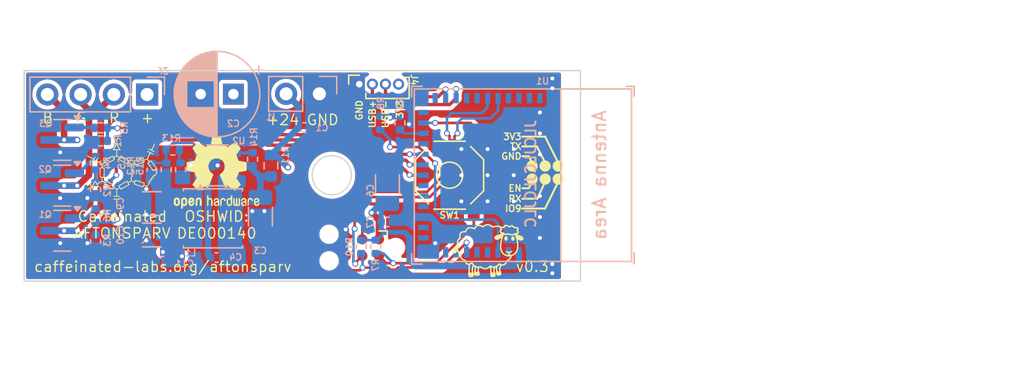
<source format=kicad_pcb>
(kicad_pcb (version 20240108) (generator "pcbnew") (generator_version "8.0")
  (layers (0 "F.Cu" signal) (1 "In1.Cu" signal) (2 "In2.Cu" signal) (31 "B.Cu" signal) (34 "B.Paste" user) (35 "F.Paste" user) (36 "B.SilkS" user "B.Silkscreen") (37 "F.SilkS" user "F.Silkscreen") (38 "B.Mask" user) (39 "F.Mask" user) (44 "Edge.Cuts" user))
  (net 0 "")
  (net 1 "GND")
  (net 2 "+24V")
  (net 3 "Net-(J2-Pin_2)")
  (net 4 "Net-(J2-Pin_3)")
  (net 22 "Net-(Q1-G)")
  (net 23 "Net-(Q2-G)")
  (net 24 "Net-(Q3-G)")
  (net 25 "Net-(U1-GPIO8)")
  (net 26 "+3.3V")
  (net 27 "IO9")
  (net 28 "TX")
  (net 29 "Net-(U1-GPIO2{slash}ADC1_CH2)")
  (net 31 "RX")
  (net 33 "Net-(U2-IN)")
  (net 34 "Net-(U2-LX)")
  (net 35 "Net-(U2-BS)")
  (net 36 "Net-(U2-FB)")
  (net 37 "Net-(U2-EN)")
  (net 38 "EN")
  (net 39 "USB-D+")
  (net 40 "LED-B")
  (net 41 "LED-G")
  (net 42 "LED-R")
  (net 43 "USB-D-")
  (net 44 "Net-(R13-Pad2)")
  (net 45 "Net-(J2-Pin_4)")
  (footprint "Connector_PinSocket_1.00mm:PinSocket_1x04_P1.00mm_Vertical" (layer "F.Cu") (at 155.4 93.035 90)
    (property "Reference" "J4")
    (property "Value" "USB")
  )
  (footprint "LOGO" (layer "F.Cu") (at 165.25 105.775)
    (property "Reference" "sheep" (hide yes))
    (property "Value" "LOGO" (hide yes))
  )
  (footprint "Connector:Tag-Connect_TC2030-IDC-NL_2x03_P1.27mm_Vertical" (layer "F.Cu") (at 155.63 105.535 180)
    (property "Reference" "J3" (hide yes))
    (property "Value" "TagConnect")
  )
  (footprint "LOGO" (layer "F.Cu") (at 137.3 99.8)
    (property "Reference" "G***" (hide yes))
    (property "Value" "LOGO" (hide yes))
  )
  (footprint "Symbol:OSHW-Logo2_7.3x6mm_SilkScreen" (layer "F.Cu") (at 144.5 99.8)
    (property "Reference" "REF**" (hide yes))
    (property "Value" "OSHW-Logo2_7.3x6mm_SilkScreen" (hide yes))
  )
  (footprint "caffeinated-labs:YTS-C005" (layer "F.Cu") (at 162.3 100 90)
    (property "Reference" "SW1")
    (property "Value" "SW_Push")
  )
  (footprint "Capacitor_SMD:C_1206_3216Metric" (layer "B.Cu") (at 139.55 102.175 180)
    (property "Reference" "C9")
    (property "Value" "4.7uF")
  )
  (footprint "Package_TO_SOT_SMD:SOT-23" (layer "B.Cu") (at 132.7 100.8 180)
    (property "Reference" "Q2")
    (property "Value" "AO3400A")
  )
  (footprint "Resistor_SMD:R_0402_1005Metric" (layer "B.Cu") (at 156.65 105.475 -90)
    (property "Reference" "R7")
    (property "Value" "10kΩ")
  )
  (footprint "Capacitor_SMD:C_0402_1005Metric" (layer "B.Cu") (at 139.55 99.575 -90)
    (property "Reference" "C5")
    (property "Value" "22pF")
  )
  (footprint "Resistor_SMD:R_0402_1005Metric" (layer "B.Cu") (at 141.15 98.075)
    (property "Reference" "R13")
    (property "Value" "22kΩ")
  )
  (footprint "Connector_PinSocket_2.54mm:PinSocket_1x04_P2.54mm_Vertical" (layer "B.Cu") (at 139.19 93.825 90)
    (property "Reference" "J2")
    (property "Value" "LED")
  )
  (footprint "PCM_Espressif:ESP32-C3-MINI-1" (layer "B.Cu") (at 167.9 100 90)
    (property "Reference" "U1")
    (property "Value" "ESP32-C3-MINI-1-[H/N]4")
  )
  (footprint "Resistor_SMD:R_0402_1005Metric" (layer "B.Cu") (at 157 96 -90)
    (property "Reference" "R8")
    (property "Value" "10kΩ")
  )
  (footprint "Resistor_SMD:R_0402_1005Metric" (layer "B.Cu") (at 135.25 105.075 -90)
    (property "Reference" "R3")
    (property "Value" "10kΩ")
  )
  (footprint "Capacitor_SMD:C_1206_3216Metric" (layer "B.Cu") (at 157.55 100.675 90)
    (property "Reference" "C6")
    (property "Value" "4.7uF")
  )
  (footprint "Resistor_SMD:R_0402_1005Metric" (layer "B.Cu") (at 158.5 96 -90)
    (property "Reference" "R9")
    (property "Value" "10kΩ")
  )
  (footprint "Capacitor_SMD:C_0402_1005Metric" (layer "B.Cu") (at 157.55 103.575)
    (property "Reference" "C7")
    (property "Value" "100nF")
  )
  (footprint "Resistor_SMD:R_0402_1005Metric" (layer "B.Cu") (at 135.65 96.375 180)
    (property "Reference" "R5")
    (property "Value" "22Ω")
  )
  (footprint "Resistor_SMD:R_0603_1608Metric" (layer "B.Cu") (at 148.65 99.275 -90)
    (property "Reference" "R11")
    (property "Value" "1Ω")
  )
  (footprint "Resistor_SMD:R_0402_1005Metric" (layer "B.Cu") (at 135.25 101.075 -90)
    (property "Reference" "R2")
    (property "Value" "10kΩ")
  )
  (footprint "Resistor_SMD:R_0402_1005Metric" (layer "B.Cu") (at 135.65 97.375 180)
    (property "Reference" "R1")
    (property "Value" "10kΩ")
  )
  (footprint "Connector_PinSocket_2.54mm:PinSocket_1x02_P2.54mm_Vertical" (layer "B.Cu") (at 152.35 93.775 90)
    (property "Reference" "J1")
    (property "Value" "PWR")
  )
  (footprint "Inductor_SMD:L_Sunlord_SWPA4030S" (layer "B.Cu") (at 144.225 103.3 180)
    (property "Reference" "L1")
    (property "Value" "10uH")
  )
  (footprint "Resistor_SMD:R_0402_1005Metric" (layer "B.Cu") (at 147.25 98.775 90)
    (property "Reference" "R14")
    (property "Value" "10kΩ")
  )
  (footprint "Capacitor_SMD:C_0402_1005Metric" (layer "B.Cu") (at 144.5 106.3 180)
    (property "Reference" "C4")
    (property "Value" "100nF")
  )
  (footprint "Resistor_SMD:R_0402_1005Metric" (layer "B.Cu") (at 135.25 99.075 90)
    (property "Reference" "R4")
    (property "Value" "22Ω")
  )
  (footprint "Capacitor_SMD:C_1206_3216Metric" (layer "B.Cu") (at 147.85 103.175 -90)
    (property "Reference" "C3")
    (property "Value" "4.7uF")
  )
  (footprint "Package_TO_SOT_SMD:SOT-23" (layer "B.Cu") (at 132.7 97.3 180)
    (property "Reference" "Q3")
    (property "Value" "AO3400A")
  )
  (footprint "Resistor_SMD:R_0402_1005Metric" (layer "B.Cu") (at 155.55 105.475 -90)
    (property "Reference" "R10")
    (property "Value" "10kΩ")
  )
  (footprint "Capacitor_SMD:C_0402_1005Metric" (layer "B.Cu") (at 151.2 96.35)
    (property "Reference" "C1")
    (property "Value" "100nF  50V")
  )
  (footprint "Resistor_SMD:R_0402_1005Metric" (layer "B.Cu") (at 135.25 103.075 90)
    (property "Reference" "R6")
    (property "Value" "22Ω")
  )
  (footprint "Package_TO_SOT_SMD:SOT-23" (layer "B.Cu") (at 132.7 104.25 180)
    (property "Reference" "Q1")
    (property "Value" "AO3400A")
  )
  (footprint "Capacitor_SMD:C_1206_3216Metric" (layer "B.Cu") (at 139.55 104.575 180)
    (property "Reference" "C10")
    (property "Value" "4.7uF")
  )
  (footprint "Package_TO_SOT_SMD:SOT-23-6" (layer "B.Cu") (at 144.575 99.25)
    (property "Reference" "U2")
    (property "Value" "SY8201ABC")
  )
  (footprint "Capacitor_THT:CP_Radial_D6.3mm_P2.50mm" (layer "B.Cu") (at 145.78238 93.8 180)
    (property "Reference" "C2")
    (property "Value" "100µF 35V")
  )
  (footprint "Resistor_SMD:R_0402_1005Metric" (layer "B.Cu") (at 141.75 99.575 -90)
    (property "Reference" "R15")
    (property "Value" "100Ω")
  )
  (footprint "Resistor_SMD:R_0402_1005Metric" (layer "B.Cu") (at 140.65 99.575 90)
    (property "Reference" "R12")
    (property "Value" "100kΩ")
  )
  (footprint "Capacitor_SMD:C_0402_1005Metric" (layer "B.Cu") (at 140.35 106.575 180)
    (property "Reference" "C11")
    (property "Value" "100nF")
  )
  (gr_line (start 138.8275 105.206874) (end 139.1725 104.793126) (stroke (width 0.1)) (layer "B.SilkS"))
  (gr_line (start 167.85 101.8) (end 169 101.8) (stroke (width 0.15)) (layer "F.SilkS"))
  (gr_circle (center 170.6 99.3) (end 170.953553 99.3) (stroke (width 0.15)) (fill solid) (layer "F.SilkS"))
  (gr_circle (center 168.6 100.3) (end 168.953553 100.3) (stroke (width 0.15)) (fill solid) (layer "F.SilkS"))
  (gr_circle (center 169.6 100.3) (end 169.953553 100.3) (stroke (width 0.15)) (fill solid) (layer "F.SilkS"))
  (gr_line (start 167.85 102.55) (end 169.6 102.55) (stroke (width 0.15)) (layer "F.SilkS"))
  (gr_line (start 169.6 97.05) (end 170.6 99.05) (stroke (width 0.15)) (layer "F.SilkS"))
  (gr_line (start 168.6 100.5) (end 168.35 101) (stroke (width 0.15)) (layer "F.SilkS"))
  (gr_line (start 167.85 97.8) (end 168.975 97.8) (stroke (width 0.15)) (layer "F.SilkS"))
  (gr_line (start 168.35 98.55) (end 168.6 99.05) (stroke (width 0.15)) (layer "F.SilkS"))
  (gr_line (start 167.85 97.05) (end 169.6 97.05) (stroke (width 0.15)) (layer "F.SilkS"))
  (gr_line (start 170.6 100.5) (end 169.6 102.55) (stroke (width 0.15)) (layer "F.SilkS"))
  (gr_line (start 168.1 98.55) (end 168.35 98.55) (stroke (width 0.15)) (layer "F.SilkS"))
  (gr_line (start 167.85 101) (end 168.35 101) (stroke (width 0.15)) (layer "F.SilkS"))
  (gr_circle (center 168.6 99.3) (end 168.953553 99.3) (stroke (width 0.15)) (fill solid) (layer "F.SilkS"))
  (gr_circle (center 170.6 100.3) (end 170.953553 100.3) (stroke (width 0.15)) (fill solid) (layer "F.SilkS"))
  (gr_line (start 168.975 97.8) (end 169.6 99.05) (stroke (width 0.15)) (layer "F.SilkS"))
  (gr_circle (center 169.6 99.3) (end 169.953553 99.3) (stroke (width 0.15)) (fill solid) (layer "F.SilkS"))
  (gr_line (start 167.85 98.55) (end 168.35 98.55) (stroke (width 0.15)) (layer "F.SilkS"))
  (gr_line (start 169.6 100.5) (end 169 101.8) (stroke (width 0.15)) (layer "F.SilkS"))
  (gr_rect (start 129.8 92) (end 172.3 108.1) (stroke (width 0.1)) (fill none) (layer "Edge.Cuts"))
  (gr_circle (center 153.3 100) (end 154.8 100) (stroke (width 0.1)) (fill none) (layer "Edge.Cuts"))
  (gr_text "JLCJLCJLCJLC" (at 168.5 99.9 90) (layer "B.SilkS") (effects (font (size 0.8 0.8) (thickness 0.15) (bold yes)) (justify mirror)))
  (gr_text "USB-" (at 157.4 94.2 90) (layer "F.SilkS") (effects (font (size 0.5 0.5) (thickness 0.1) (bold yes)) (justify right)))
  (gr_text "IO9" (at 167.85 102.55 0) (layer "F.SilkS") (effects (font (size 0.5 0.5) (thickness 0.1) (bold yes)) (justify right)))
  (gr_text "+24" (at 149.556 95.299 0) (layer "F.SilkS") (effects (font (size 0.8 0.8) (thickness 0.1)) (justify top)))
  (gr_text "+" (at 139.22 95.146 0) (layer "F.SilkS") (effects (font (size 0.8 0.8) (thickness 0.1)) (justify top)))
  (gr_text "Caffeinated\nAFTONSPARV" (at 137.3 103.8 0) (layer "F.SilkS") (effects (font (size 0.8 0.8) (thickness 0.1))))
  (gr_text "OSHWID:\nDE000140" (at 144.5 103.8 0) (layer "F.SilkS") (effects (font (size 0.8 0.8) (thickness 0.1))))
  (gr_text "GND" (at 155.4 94.2 90) (layer "F.SilkS") (effects (font (size 0.5 0.5) (thickness 0.1) (bold yes)) (justify right)))
  (gr_text "R" (at 136.68 95.146 0) (layer "F.SilkS") (effects (font (size 0.8 0.8) (thickness 0.1)) (justify top)))
  (gr_text "G" (at 134.14 95.146 0) (layer "F.SilkS") (effects (font (size 0.8 0.8) (thickness 0.1)) (justify top)))
  (gr_text "v0.3" (at 167.3 107 0) (layer "F.SilkS") (effects (font (size 0.8 0.8) (thickness 0.1)) (justify left)))
  (gr_text "GND" (at 167.85 98.55 0) (layer "F.SilkS") (effects (font (size 0.5 0.5) (thickness 0.1) (bold yes)) (justify right)))
  (gr_text "3V3" (at 158.5 94.2 90) (layer "F.SilkS") (effects (font (size 0.5 0.5) (thickness 0.1) (bold yes)) (justify right)))
  (gr_text "B" (at 131.6 95.146 0) (layer "F.SilkS") (effects (font (size 0.8 0.8) (thickness 0.1)) (justify top)))
  (gr_text "USB+" (at 156.4 94.2 90) (layer "F.SilkS") (effects (font (size 0.5 0.5) (thickness 0.1) (bold yes)) (justify right)))
  (gr_text "3V3" (at 167.85 97.05 0) (layer "F.SilkS") (effects (font (size 0.5 0.5) (thickness 0.1) (bold yes)) (justify right)))
  (gr_text "caffeinated-labs.org/aftonsparv" (at 130.5 107 0) (layer "F.SilkS") (effects (font (size 0.8 0.8) (thickness 0.1)) (justify left)))
  (gr_text "GND" (at 152.604 95.299 0) (layer "F.SilkS") (effects (font (size 0.8 0.8) (thickness 0.1)) (justify top)))
  (gr_text "RX" (at 167.85 101.8 0) (layer "F.SilkS") (effects (font (size 0.5 0.5) (thickness 0.1) (bold yes)) (justify right)))
  (gr_text "EN" (at 167.85 101 0) (layer "F.SilkS") (effects (font (size 0.5 0.5) (thickness 0.1) (bold yes)) (justify right)))
  (gr_text "TX" (at 167.85 97.8 0) (layer "F.SilkS") (effects (font (size 0.5 0.5) (thickness 0.1) (bold yes)) (justify right)))
  (segment (start 154.36 104.15) (end 154.36 104.9) (width 0.5) (layer "F.Cu") (net 1))
  (via (at 169.2 104.8) (size 0.45) (drill 0.3) (layers "F.Cu" "B.Cu") (net 1))
  (via (at 170.15 106.8) (size 0.45) (drill 0.3) (layers "F.Cu" "B.Cu") (net 1))
  (via (at 163.2 98) (size 0.45) (drill 0.3) (layers "F.Cu" "B.Cu") (net 1))
  (via (at 134.625 105.2) (size 0.45) (drill 0.3) (layers "F.Cu" "B.Cu") (net 1))
  (via (at 132.55 105.2) (size 0.45) (drill 0.3) (layers "F.Cu" "B.Cu") (net 1))
  (via (at 161.2 105.2) (size 0.45) (drill 0.3) (layers "F.Cu" "B.Cu") (net 1))
  (via (at 169.2 96.8) (size 0.45) (drill 0.3) (layers "F.Cu" "B.Cu") (net 1))
  (via (at 132.55 98.25) (size 0.45) (drill 0.3) (layers "F.Cu" "B.Cu") (net 1))
  (via (at 139.125 105) (size 0.45) (drill 0.3) (layers "F.Cu" "B.Cu") (net 1))
  (via (at 132.55 101.75) (size 0.45) (drill 0.3) (layers "F.Cu" "B.Cu") (net 1))
  (via (at 139.125 101.05) (size 0.45) (drill 0.3) (layers "F.Cu" "B.Cu") (net 1))
  (via (at 167.2 98) (size 0.45) (drill 0.3) (layers "F.Cu" "B.Cu") (net 1))
  (via (at 148.15 102.75) (size 0.45) (drill 0.3) (layers "F.Cu" "B.Cu") (net 1))
  (via (at 139.125 103.025) (size 0.45) (drill 0.3) (layers "F.Cu" "B.Cu") (net 1))
  (via (at 169.2 98.4) (size 0.45) (drill 0.3) (layers "F.Cu" "B.Cu") (net 1))
  (via (at 163.2 100) (size 0.45) (drill 0.3) (layers "F.Cu" "B.Cu") (net 1))
  (via (at 170.15 92.6) (size 0.45) (drill 0.3) (layers "F.Cu" "B.Cu") (net 1))
  (via (at 163.2 102) (size 0.45) (drill 0.3) (layers "F.Cu" "B.Cu") (net 1))
  (via (at 159.2 96.1) (size 0.45) (drill 0.3) (layers "F.Cu" "B.Cu") (net 1))
  (via (at 165.2 100) (size 0.45) (drill 0.3) (layers "F.Cu" "B.Cu") (net 1))
  (via (at 154.36 104.15) (size 0.45) (drill 0.3) (layers "F.Cu" "B.Cu") (net 1))
  (via (at 142.525 99.25) (size 0.45) (drill 0.3) (layers "F.Cu" "B.Cu") (net 1))
  (via (at 167.2 102) (size 0.45) (drill 0.3) (layers "F.Cu" "B.Cu") (net 1))
  (via (at 147.225 102.75) (size 0.45) (drill 0.3) (layers "F.Cu" "B.Cu") (net 1))
  (via (at 144.575 99.25) (size 0.45) (drill 0.3) (layers "F.Cu" "B.Cu") (net 1))
  (via (at 134.625 101.75) (size 0.45) (drill 0.3) (layers "F.Cu" "B.Cu") (net 1))
  (via (at 169.2 101.6) (size 0.45) (drill 0.3) (layers "F.Cu" "B.Cu") (net 1))
  (via (at 165.2 98) (size 0.45) (drill 0.3) (layers "F.Cu" "B.Cu") (net 1))
  (via (at 165.2 102) (size 0.45) (drill 0.3) (layers "F.Cu" "B.Cu") (net 1))
  (via (at 167.2 100) (size 0.45) (drill 0.3) (layers "F.Cu" "B.Cu") (net 1))
  (via (at 170.15 93.35) (size 0.45) (drill 0.3) (layers "F.Cu" "B.Cu") (net 1))
  (via (at 169.2 103.2) (size 0.45) (drill 0.3) (layers "F.Cu" "B.Cu") (net 1))
  (via (at 169.2 95.2) (size 0.45) (drill 0.3) (layers "F.Cu" "B.Cu") (net 1))
  (via (at 170.15 107.5) (size 0.45) (drill 0.3) (layers "F.Cu" "B.Cu") (net 1))
  (segment (start 160.3 103.2) (end 160.85 103.2) (width 0.5) (layer "B.Cu") (net 1))
  (segment (start 134.865 105.2) (end 135.25 105.585) (width 0.5) (layer "B.Cu") (net 1))
  (segment (start 148.15 103.225) (end 147.675 103.7) (width 0.5) (layer "B.Cu") (net 1))
  (segment (start 168.4 105.9) (end 170.1 105.9) (width 0.5) (layer "B.Cu") (net 1))
  (segment (start 139.125 101.05) (end 139.125 104) (width 0.5) (layer "B.Cu") (net 1))
  (segment (start 132.55 105.2) (end 134.865 105.2) (width 0.5) (layer "B.Cu") (net 1))
  (segment (start 139.125 104) (end 139.125 105.335) (width 0.5) (layer "B.Cu") (net 1))
  (segment (start 170.1 105.9) (end 170.15 105.95) (width 0.5) (layer "B.Cu") (net 1))
  (segment (start 160.25 105.95) (end 161.15 105.95) (width 0.5) (layer "B.Cu") (net 1))
  (segment (start 161.15 105.95) (end 161.2 105.9) (width 0.5) (layer "B.Cu") (net 1))
  (segment (start 170.15 105.95) (end 170.15 94.05) (width 0.5) (layer "B.Cu") (net 1))
  (segment (start 161.2 103.55) (end 161.2 105.05) (width 0.5) (layer "B.Cu") (net 1))
  (segment (start 143.4375 99.25) (end 144.575 99.25) (width 0.5) (layer "B.Cu") (net 1))
  (segment (start 147.225 102.75) (end 147.225 103.25) (width 0.5) (layer "B.Cu") (net 1))
  (segment (start 161.2 105.9) (end 161.2 105.05) (width 0.5) (layer "B.Cu") (net 1))
  (segment (start 143.4375 99.25) (end 142.525 99.25) (width 0.5) (layer "B.Cu") (net 1))
  (segment (start 147.225 103.25) (end 147.675 103.7) (width 0.5) (layer "B.Cu") (net 1))
  (segment (start 148.15 102.75) (end 148.15 103.225) (width 0.5) (layer "B.Cu") (net 1))
  (segment (start 139.125 105.335) (end 139.52 105.73) (width 0.5) (layer "B.Cu") (net 1))
  (segment (start 132.55 101.75) (end 135.225 101.75) (width 0.5) (layer "B.Cu") (net 1))
  (segment (start 160.85 103.2) (end 161.2 103.55) (width 0.5) (layer "B.Cu") (net 1))
  (segment (start 143.4375 99.25) (end 143.3875 99.2) (width 0.5) (layer "B.Cu") (net 1))
  (via (at 149.95 99.4) (size 0.45) (drill 0.3) (layers "F.Cu" "B.Cu") (net 2))
  (segment (start 148.65 98.45) (end 148.675 98.45) (width 0.5) (layer "B.Cu") (net 2))
  (segment (start 149.95 99.4) (end 149 98.45) (width 0.5) (layer "B.Cu") (net 2))
  (segment (start 150.72 94.685) (end 149.81 93.775) (width 0.5) (layer "B.Cu") (net 2))
  (segment (start 150.72 96.405) (end 150.72 94.685) (width 0.5) (layer "B.Cu") (net 2))
  (segment (start 148.675 98.45) (end 150.72 96.405) (width 0.5) (layer "B.Cu") (net 2))
  (segment (start 149 98.45) (end 148.65 98.45) (width 0.5) (layer "B.Cu") (net 2))
  (segment (start 135.65 102.45) (end 135.65 94.855) (width 0.5) (layer "F.Cu") (net 3))
  (segment (start 132.85 104.25) (end 133.85 104.25) (width 0.5) (layer "F.Cu") (net 3))
  (segment (start 133.85 104.25) (end 135.65 102.45) (width 0.5) (layer "F.Cu") (net 3))
  (segment (start 135.65 94.855) (end 136.68 93.825) (width 0.5) (layer "F.Cu") (net 3))
  (via (at 132.85 104.25) (size 0.45) (drill 0.3) (layers "F.Cu" "B.Cu") (net 3))
  (via (at 133.85 104.25) (size 0.45) (drill 0.3) (layers "F.Cu" "B.Cu") (net 3))
  (segment (start 133.85 104.25) (end 131.7625 104.25) (width 0.5) (layer "B.Cu") (net 3))
  (segment (start 132.85 100.8) (end 133.925 100.8) (width 0.5) (layer "F.Cu") (net 4))
  (segment (start 134.75 99.975) (end 134.75 95.025) (width 0.5) (layer "F.Cu") (net 4))
  (segment (start 134.14 94.415) (end 134.14 93.825) (width 0.5) (layer "F.Cu") (net 4))
  (segment (start 133.925 100.8) (end 134.75 99.975) (width 0.5) (layer "F.Cu") (net 4))
  (segment (start 134.75 95.025) (end 134.14 94.415) (width 0.5) (layer "F.Cu") (net 4))
  (via (at 133.85 100.8) (size 0.45) (drill 0.3) (layers "F.Cu" "B.Cu") (net 4))
  (via (at 132.85 100.8) (size 0.45) (drill 0.3) (layers "F.Cu" "B.Cu") (net 4))
  (segment (start 131.7625 100.8) (end 133.85 100.8) (width 0.5) (layer "B.Cu") (net 4))
  (segment (start 134.515 103.3) (end 135.25 102.565) (width 0.25) (layer "B.Cu") (net 22))
  (segment (start 133.6375 103.3) (end 134.515 103.3) (width 0.25) (layer "B.Cu") (net 22))
  (segment (start 133.965 99.85) (end 135.063 98.752) (width 0.25) (layer "B.Cu") (net 23))
  (segment (start 133.6375 99.85) (end 133.965 99.85) (width 0.25) (layer "B.Cu") (net 23))
  (segment (start 135.063 98.752) (end 135.25 98.752) (width 0.25) (layer "B.Cu") (net 23))
  (segment (start 133.6375 96.35) (end 135.225 96.35) (width 0.25) (layer "B.Cu") (net 24))
  (segment (start 158.5 96.51) (end 158.79 96.8) (width 0.2) (layer "B.Cu") (net 25))
  (segment (start 158.79 96.8) (end 160.3 96.8) (width 0.2) (layer "B.Cu") (net 25))
  (segment (start 156.9 103.425) (end 156.9 104.9) (width 0.5) (layer "F.Cu") (net 26))
  (segment (start 156.35 102.875) (end 156.9 103.425) (width 0.5) (layer "F.Cu") (net 26))
  (via (at 141.85 106.2) (size 0.45) (drill 0.3) (layers "F.Cu" "B.Cu") (net 26))
  (via (at 157.75 95.575) (size 0.45) (drill 0.3) (layers "F.Cu" "B.Cu") (net 26))
  (via (at 156.35 102.875) (size 0.45) (drill 0.3) (layers "F.Cu" "B.Cu") (net 26))
  (via (at 140.4 105.875) (size 0.45) (drill 0.3) (layers "F.Cu" "B.Cu") (net 26))
  (segment (start 156.35 102.875) (end 156.75 102.475) (width 0.5) (layer "B.Cu") (net 26))
  (segment (start 156.65 104.965) (end 156.76 104.965) (width 0.2) (layer "B.Cu") (net 26))
  (segment (start 158.875 104.375) (end 159.25 104.75) (width 0.4) (layer "B.Cu") (net 26))
  (segment (start 157.35 104.375) (end 158.875 104.375) (width 0.4) (layer "B.Cu") (net 26))
  (segment (start 167.25 106.95) (end 167.6 106.6) (width 0.5) (layer "B.Cu") (net 26))
  (segment (start 155.55 104.965) (end 156.65 104.965) (width 0.2) (layer "B.Cu") (net 26))
  (segment (start 157.07 103.575) (end 157.07 104.095) (width 0.4) (layer "B.Cu") (net 26))
  (segment (start 159.25 106.5) (end 159.7 106.95) (width 0.5) (layer "B.Cu") (net 26))
  (segment (start 167.6 106.6) (end 167.6 105.9) (width 0.5) (layer "B.Cu") (net 26))
  (segment (start 157.55 102.15) (end 157.07 102.63) (width 0.4) (layer "B.Cu") (net 26))
  (segment (start 157.07 102.63) (end 157.07 103.575) (width 0.4) (layer "B.Cu") (net 26))
  (segment (start 157.665 95.49) (end 157 95.49) (width 0.5) (layer "B.Cu") (net 26))
  (segment (start 157.07 104.095) (end 157.35 104.375) (width 0.4) (layer "B.Cu") (net 26))
  (segment (start 157.75 95.575) (end 157.665 95.49) (width 0.5) (layer "B.Cu") (net 26))
  (segment (start 159.7 106.95) (end 167.25 106.95) (width 0.5) (layer "B.Cu") (net 26))
  (segment (start 157.835 95.49) (end 158.5 95.49) (width 0.5) (layer "B.Cu") (net 26))
  (segment (start 156.75 102.475) (end 158.125 102.475) (width 0.5) (layer "B.Cu") (net 26))
  (segment (start 157.75 95.575) (end 157.835 95.49) (width 0.5) (layer "B.Cu") (net 26))
  (segment (start 156.76 104.965) (end 157.35 104.375) (width 0.2) (layer "B.Cu") (net 26))
  (segment (start 159.25 104.75) (end 159.25 106.5) (width 0.5) (layer "B.Cu") (net 26))
  (segment (start 161.275036 106.7325) (end 164.15 103.857536) (width 0.2) (layer "F.Cu") (net 27))
  (segment (start 157.9925 106.7325) (end 161.275036 106.7325) (width 0.2) (layer "F.Cu") (net 27))
  (segment (start 164.15 102.9) (end 164.15 96.25) (width 0.2) (layer "F.Cu") (net 27))
  (segment (start 157.4625 106.7325) (end 156.9 106.17) (width 0.2) (layer "F.Cu") (net 27))
  (segment (start 164.15 96.25) (end 163.9 96) (width 0.2) (layer "F.Cu") (net 27))
  (segment (start 163.9 96) (end 161.2 96) (width 0.2) (layer "F.Cu") (net 27))
  (segment (start 157.9925 106.7325) (end 157.4625 106.7325) (width 0.2) (layer "F.Cu") (net 27))
  (segment (start 164.15 103.857536) (end 164.15 102.9) (width 0.2) (layer "F.Cu") (net 27))
  (via (at 161.2 96) (size 0.45) (drill 0.3) (layers "F.Cu" "B.Cu") (net 27))
  (via (at 157.9925 106.7325) (size 0.45) (drill 0.3) (layers "F.Cu" "B.Cu") (net 27))
  (segment (start 157.245 105.985) (end 157.9925 106.7325) (width 0.2) (layer "B.Cu") (net 27))
  (segment (start 156.65 105.985) (end 157.245 105.985) (width 0.2) (layer "B.Cu") (net 27))
  (segment (start 161.2 96) (end 160.3 96) (width 0.2) (layer "B.Cu") (net 27))
  (segment (start 162.675 99.775) (end 160.775 101.675) (width 0.2) (layer "F.Cu") (net 28))
  (segment (start 155.63 102.12) (end 155.63 104.9) (width 0.2) (layer "F.Cu") (net 28))
  (segment (start 156.075 101.675) (end 155.63 102.12) (width 0.2) (layer "F.Cu") (net 28))
  (segment (start 160.775 101.675) (end 156.075 101.675) (width 0.2) (layer "F.Cu") (net 28))
  (segment (start 162.675 97.025) (end 162.675 99.775) (width 0.2) (layer "F.Cu") (net 28))
  (segment (start 162.9 96.8) (end 162.675 97.025) (width 0.2) (layer "F.Cu") (net 28))
  (via (at 162.9 96.8) (size 0.45) (drill 0.3) (layers "F.Cu" "B.Cu") (net 28))
  (segment (start 162.9 96) (end 163.25 95.65) (width 0.2) (layer "B.Cu") (net 28))
  (segment (start 166 95.075) (end 166 94.1) (width 0.2) (layer "B.Cu") (net 28))
  (segment (start 162.9 96.8) (end 162.9 96) (width 0.2) (layer "B.Cu") (net 28))
  (segment (start 165.425 95.65) (end 166 95.075) (width 0.2) (layer "B.Cu") (net 28))
  (segment (start 163.25 95.65) (end 165.425 95.65) (width 0.2) (layer "B.Cu") (net 28))
  (segment (start 159.95 97.85) (end 157.75 97.85) (width 0.2) (layer "F.Cu") (net 29))
  (segment (start 161.2 99.1) (end 159.95 97.85) (width 0.2) (layer "F.Cu") (net 29))
  (via (at 161.2 99.1) (size 0.45) (drill 0.3) (layers "F.Cu" "B.Cu") (net 29))
  (via (at 157.75 97.85) (size 0.45) (drill 0.3) (layers "F.Cu" "B.Cu") (net 29))
  (segment (start 161.2 99.1) (end 161.2 102.7) (width 0.2) (layer "B.Cu") (net 29))
  (segment (start 157.75 97.26) (end 157 96.51) (width 0.2) (layer "B.Cu") (net 29))
  (segment (start 161.9 103.4) (end 165.7 103.4) (width 0.2) (layer "B.Cu") (net 29))
  (segment (start 161.2 102.7) (end 161.9 103.4) (width 0.2) (layer "B.Cu") (net 29))
  (segment (start 165.7 103.4) (end 166 103.7) (width 0.2) (layer "B.Cu") (net 29))
  (segment (start 166 103.7) (end 166 105.9) (width 0.2) (layer "B.Cu") (net 29))
  (segment (start 157.75 97.85) (end 157.75 97.26) (width 0.2) (layer "B.Cu") (net 29))
  (segment (start 155.05 104.1) (end 155.05 101.8) (width 0.2) (layer "F.Cu") (net 31))
  (segment (start 155.05 101.8) (end 155.575 101.275) (width 0.2) (layer "F.Cu") (net 31))
  (segment (start 155.095 106.705) (end 155.63 106.17) (width 0.2) (layer "F.Cu") (net 31))
  (segment (start 162.298 99.552) (end 162.298 96.998) (width 0.2) (layer "F.Cu") (net 31))
  (segment (start 155.575 101.275) (end 160.575 101.275) (width 0.2) (layer "F.Cu") (net 31))
  (segment (start 162.298 96.998) (end 162.1 96.8) (width 0.2) (layer "F.Cu") (net 31))
  (segment (start 160.575 101.275) (end 162.298 99.552) (width 0.2) (layer "F.Cu") (net 31))
  (segment (start 155.095 106.775) (end 155.095 106.705) (width 0.2) (layer "F.Cu") (net 31))
  (via (at 155.05 104.1) (size 0.45) (drill 0.3) (layers "F.Cu" "B.Cu") (net 31))
  (via (at 162.1 96.8) (size 0.45) (drill 0.3) (layers "F.Cu" "B.Cu") (net 31))
  (via (at 155.095 106.775) (size 0.45) (drill 0.3) (layers "F.Cu" "B.Cu") (net 31))
  (segment (start 162.45 95.25) (end 162.1 95.6) (width 0.2) (layer "B.Cu") (net 31))
  (segment (start 154.95 104.2) (end 155.05 104.1) (width 0.2) (layer "B.Cu") (net 31))
  (segment (start 154.95 106.63) (end 154.95 104.2) (width 0.2) (layer "B.Cu") (net 31))
  (segment (start 165.2 94.8) (end 165.2 94.1) (width 0.2) (layer "B.Cu") (net 31))
  (segment (start 164.75 95.25) (end 162.45 95.25) (width 0.2) (layer "B.Cu") (net 31))
  (segment (start 155.095 106.775) (end 154.95 106.63) (width 0.2) (layer "B.Cu") (net 31))
  (segment (start 165.2 94.8) (end 164.75 95.25) (width 0.2) (layer "B.Cu") (net 31))
  (segment (start 162.1 95.6) (end 162.1 96.8) (width 0.2) (layer "B.Cu") (net 31))
  (segment (start 147.15 99.45) (end 147.8 100.1) (width 0.5) (layer "B.Cu") (net 33))
  (segment (start 147.8 100.325) (end 147.85 100.375) (width 0.5) (layer "B.Cu") (net 33))
  (segment (start 147.85 100.375) (end 147.85 101.7) (width 0.5) (layer "B.Cu") (net 33))
  (segment (start 147.8 100.1) (end 147.8 100.325) (width 0.5) (layer "B.Cu") (net 33))
  (segment (start 148.6 100.1) (end 147.8 100.1) (width 0.5) (layer "B.Cu") (net 33))
  (segment (start 145.7125 99.25) (end 146.95 99.25) (width 0.5) (layer "B.Cu") (net 33))
  (segment (start 146.95 99.25) (end 147.15 99.45) (width 0.5) (layer "B.Cu") (net 33))
  (segment (start 143.85 106.13) (end 144.02 106.3) (width 0.5) (layer "B.Cu") (net 35))
  (segment (start 143.4375 100.2) (end 143.85 100.6125) (width 0.5) (layer "B.Cu") (net 35))
  (segment (start 143.85 100.6125) (end 143.85 106.13) (width 0.5) (layer "B.Cu") (net 35))
  (segment (start 141.187 97.528) (end 140.64 98.075) (width 0.2) (layer "B.Cu") (net 36))
  (segment (start 142.6655 97.528) (end 141.187 97.528) (width 0.2) (layer "B.Cu") (net 36))
  (segment (start 140.65 99.065) (end 139.58 99.065) (width 0.2) (layer "B.Cu") (net 36))
  (segment (start 143.4375 98.3) (end 142.6655 97.528) (width 0.2) (layer "B.Cu") (net 36))
  (segment (start 139.58 99.065) (end 139.55 99.095) (width 0.2) (layer "B.Cu") (net 36))
  (segment (start 140.64 98.075) (end 140.64 99.055) (width 0.2) (layer "B.Cu") (net 36))
  (segment (start 140.64 99.055) (end 140.65 99.065) (width 0.2) (layer "B.Cu") (net 36))
  (segment (start 147.25 98.265) (end 147.215 98.3) (width 0.25) (layer "B.Cu") (net 37))
  (segment (start 147.215 98.3) (end 145.7125 98.3) (width 0.25) (layer "B.Cu") (net 37))
  (segment (start 158.199607 107.2325) (end 158.372607 107.0595) (width 0.2) (layer "F.Cu") (net 38))
  (segment (start 157.785393 107.2325) (end 158.199607 107.2325) (width 0.2) (layer "F.Cu") (net 38))
  (segment (start 154.36 106.81) (end 154.36 106.17) (width 0.2) (layer "F.Cu") (net 38))
  (segment (start 155.65 107.075) (end 155.45 107.275) (width 0.2) (layer "F.Cu") (net 38))
  (segment (start 155.65 107.075) (end 157.627893 107.075) (width 0.2) (layer "F.Cu") (net 38))
  (segment (start 155.45 107.275) (end 154.825 107.275) (width 0.2) (layer "F.Cu") (net 38))
  (segment (start 161.6905 107.0595) (end 163.6 105.15) (width 0.2) (layer "F.Cu") (net 38))
  (segment (start 157.627893 107.075) (end 157.785393 107.2325) (width 0.2) (layer "F.Cu") (net 38))
  (segment (start 154.825 107.275) (end 154.36 106.81) (width 0.2) (layer "F.Cu") (net 38))
  (segment (start 158.372607 107.0595) (end 161.6905 107.0595) (width 0.2) (layer "F.Cu") (net 38))
  (via (at 163.6 105.15) (size 0.45) (drill 0.3) (layers "F.Cu" "B.Cu") (net 38))
  (via (at 155.65 107.075) (size 0.45) (drill 0.3) (layers "F.Cu" "B.Cu") (net 38))
  (segment (start 155.65 106.085) (end 155.55 105.985) (width 0.2) (layer "B.Cu") (net 38))
  (segment (start 163.6 105.15) (end 163.6 105.9) (width 0.2) (layer "B.Cu") (net 38))
  (segment (start 155.65 107.075) (end 155.65 106.085) (width 0.2) (layer "B.Cu") (net 38))
  (segment (start 162.8 94.1) (end 162.3 94.6) (width 0.25) (layer "F.Cu") (net 39))
  (segment (start 162.8 93.4) (end 162.8 94.1) (width 0.25) (layer "F.Cu") (net 39))
  (segment (start 162.3 94.6) (end 157.2 94.6) (width 0.25) (layer "F.Cu") (net 39))
  (segment (start 157.2 94.6) (end 156.4 93.8) (width 0.25) (layer "F.Cu") (net 39))
  (segment (start 156.4 93.8) (end 156.4 93.035) (width 0.25) (layer "F.Cu") (net 39))
  (via (at 162.8 93.4) (size 0.45) (drill 0.3) (layers "F.Cu" "B.Cu") (net 39))
  (segment (start 162.8 93.4) (end 162.8 94.1) (width 0.25) (layer "B.Cu") (net 39))
  (segment (start 148.85 96.9) (end 148.35 96.4) (width 0.25) (layer "F.Cu") (net 40))
  (segment (start 155.7 96.9) (end 148.85 96.9) (width 0.25) (layer "F.Cu") (net 40))
  (segment (start 159.25 98.4) (end 157.2 98.4) (width 0.25) (layer "F.Cu") (net 40))
  (segment (start 148.35 96.4) (end 136.925 96.4) (width 0.25) (layer "F.Cu") (net 40))
  (segment (start 157.2 98.4) (end 155.7 96.9) (width 0.25) (layer "F.Cu") (net 40))
  (via (at 136.925 96.4) (size 0.45) (drill 0.3) (layers "F.Cu" "B.Cu") (net 40))
  (via (at 159.25 98.4) (size 0.45) (drill 0.3) (layers "F.Cu" "B.Cu") (net 40))
  (segment (start 136.9 96.375) (end 136.925 96.4) (width 0.25) (layer "B.Cu") (net 40))
  (segment (start 136.16 96.375) (end 136.16 97.375) (width 0.25) (layer "B.Cu") (net 40))
  (segment (start 136.16 96.375) (end 136.9 96.375) (width 0.25) (layer "B.Cu") (net 40))
  (segment (start 159.25 98.4) (end 160.3 98.4) (width 0.25) (layer "B.Cu") (net 40))
  (segment (start 148.6 97.3) (end 148.15 96.85) (width 0.25) (layer "F.Cu") (net 41))
  (segment (start 155.45 97.3) (end 148.6 97.3) (width 0.25) (layer "F.Cu") (net 41))
  (segment (start 157 98.85) (end 155.45 97.3) (width 0.25) (layer "F.Cu") (net 41))
  (segment (start 148.15 96.85) (end 138.45 96.85) (width 0.25) (layer "F.Cu") (net 41))
  (segment (start 158.957537 98.85) (end 157 98.85) (width 0.25) (layer "F.Cu") (net 41))
  (segment (start 159.25 99.2) (end 159.25 99.142463) (width 0.25) (layer "F.Cu") (net 41))
  (segment (start 136.8375 98.4625) (end 136.8375 99.9875) (width 0.25) (layer "F.Cu") (net 41))
  (segment (start 138.45 96.85) (end 136.8375 98.4625) (width 0.25) (layer "F.Cu") (net 41))
  (segment (start 159.25 99.142463) (end 158.957537 98.85) (width 0.25) (layer "F.Cu") (net 41))
  (via (at 136.8375 99.9875) (size 0.45) (drill 0.3) (layers "F.Cu" "B.Cu") (net 41))
  (via (at 159.25 99.2) (size 0.45) (drill 0.3) (layers "F.Cu" "B.Cu") (net 41))
  (segment (start 159.25 99.2) (end 160.3 99.2) (width 0.25) (layer "B.Cu") (net 41))
  (segment (start 136.8375 99.9875) (end 136.26 100.565) (width 0.25) (layer "B.Cu") (net 41))
  (segment (start 136.26 100.565) (end 135.25 100.565) (width 0.25) (layer "B.Cu") (net 41))
  (segment (start 135.25 100.565) (end 135.25 99.585) (width 0.25) (layer "B.Cu") (net 41))
  (segment (start 159.25 99.975) (end 158.575 99.3) (width 0.25) (layer "F.Cu") (net 42))
  (segment (start 158.575 99.3) (end 156.8 99.3) (width 0.25) (layer "F.Cu") (net 42))
  (segment (start 155.2 97.7) (end 148.35 97.7) (width 0.25) (layer "F.Cu") (net 42))
  (segment (start 147.95 97.3) (end 138.95 97.3) (width 0.25) (layer "F.Cu") (net 42))
  (segment (start 156.8 99.3) (end 155.2 97.7) (width 0.25) (layer "F.Cu") (net 42))
  (segment (start 137.55 98.7) (end 137.55 100.175) (width 0.25) (layer "F.Cu") (net 42))
  (segment (start 148.35 97.7) (end 147.95 97.3) (width 0.25) (layer "F.Cu") (net 42))
  (segment (start 138.95 97.3) (end 137.55 98.7) (width 0.25) (layer "F.Cu") (net 42))
  (segment (start 137.55 100.175) (end 136.925 100.8) (width 0.25) (layer "F.Cu") (net 42))
  (segment (start 136.925 100.8) (end 136.925 103.35) (width 0.25) (layer "F.Cu") (net 42))
  (via (at 159.25 99.975) (size 0.45) (drill 0.3) (layers "F.Cu" "B.Cu") (net 42))
  (via (at 136.925 103.35) (size 0.45) (drill 0.3) (layers "F.Cu" "B.Cu") (net 42))
  (segment (start 135.25 103.585) (end 135.25 104.565) (width 0.25) (layer "B.Cu") (net 42))
  (segment (start 159.25 99.975) (end 159.275 100) (width 0.25) (layer "B.Cu") (net 42))
  (segment (start 159.275 100) (end 160.3 100) (width 0.25) (layer "B.Cu") (net 42))
  (segment (start 136.925 103.35) (end 136.69 103.585) (width 0.25) (layer "B.Cu") (net 42))
  (segment (start 136.69 103.585) (end 135.25 103.585) (width 0.25) (layer "B.Cu") (net 42))
  (segment (start 157.4 93.7) (end 157.4 93.035) (width 0.25) (layer "F.Cu") (net 43))
  (segment (start 157.7 94) (end 157.4 93.7) (width 0.25) (layer "F.Cu") (net 43))
  (segment (start 161.425 94) (end 157.7 94) (width 0.25) (layer "F.Cu") (net 43))
  (segment (start 162 93.425) (end 161.425 94) (width 0.25) (layer "F.Cu") (net 43))
  (via (at 162 93.425) (size 0.45) (drill 0.3) (layers "F.Cu" "B.Cu") (net 43))
  (segment (start 162 93.425) (end 162 94.1) (width 0.25) (layer "B.Cu") (net 43))
  (segment (start 141.66 98.975) (end 141.75 99.065) (width 0.2) (layer "B.Cu") (net 44))
  (segment (start 141.66 98.075) (end 141.66 98.975) (width 0.2) (layer "B.Cu") (net 44))
  (segment (start 132.85 97.3) (end 133.85 97.3) (width 0.5) (layer "F.Cu") (net 45))
  (segment (start 132.85 97.3) (end 132.85 95.075) (width 0.5) (layer "F.Cu") (net 45))
  (segment (start 132.85 95.075) (end 131.6 93.825) (width 0.5) (layer "F.Cu") (net 45))
  (via (at 133.85 97.3) (size 0.45) (drill 0.3) (layers "F.Cu" "B.Cu") (net 45))
  (via (at 132.85 97.3) (size 0.45) (drill 0.3) (layers "F.Cu" "B.Cu") (net 45))
  (segment (start 131.7625 97.3) (end 133.85 97.3) (width 0.5) (layer "B.Cu") (net 45))
  (zone (net 0) (net_name "") (layers "F.Cu" "In1.Cu" "In2.Cu" "B.Cu" "Edge.Cuts") (connect_pads (clearance 0)) (min_thickness 0.25)
    (keepout (tracks not_allowed) (vias not_allowed) (pads not_allowed) (copperpour not_allowed) (footprints not_allowed))
    (fill (thermal_gap 0.5) (thermal_bridge_width 0.5))
    (polygon (pts (xy 155.1 100) (xy 155.079864 99.73131) (xy 155.019908 99.468622) (xy 154.921469 99.217805) (xy 154.786747 98.98446) (xy 154.618752 98.773801) (xy 154.421236 98.590533) (xy 154.198612 98.43875) (xy 153.955852 98.321843) (xy 153.698379 98.242423) (xy 153.431946 98.202265) (xy 153.162502 98.202265) (xy 152.896069 98.242423) (xy 152.638596 98.321843) (xy 152.395836 98.43875) (xy 152.173212 98.590533) (xy 151.975696 98.773801) (xy 151.807701 98.98446) (xy 151.672979 99.217805) (xy 151.57454 99.468622) (xy 151.514584 99.73131) (xy 151.494448 100) (xy 151.514584 100.26869) (xy 151.57454 100.531378) (xy 151.672979 100.782195) (xy 151.807701 101.01554) (xy 151.975696 101.226199) (xy 152.173212 101.409467) (xy 152.395836 101.56125) (xy 152.638596 101.678157) (xy 152.896069 101.757577) (xy 153.162502 101.797735) (xy 153.431946 101.797735) (xy 153.698379 101.757577) (xy 153.955852 101.678157) (xy 154.198612 101.56125) (xy 154.421236 101.409467) (xy 154.618752 101.226199) (xy 154.786747 101.01554) (xy 154.921469 100.782195) (xy 155.019908 100.531378) (xy 155.079864 100.26869)))
  )
  (zone (net 1) (net_name "GND") (layers "F.Cu" "In1.Cu" "B.Cu") (connect_pads yes (clearance 0.3)) (min_thickness 0.25) (fill yes (thermal_gap 0.5) (thermal_bridge_width 0.5))
    (polygon (pts (xy 129.95 107.95) (xy 170.8 107.95) (xy 170.8 92.15) (xy 129.95 92.15)))
  )
  (zone (net 34) (net_name "Net-(U2-LX)") (layer "B.Cu") (priority 2) (connect_pads yes (clearance 0.5)) (min_thickness 0.25) (fill yes (thermal_gap 0.5) (thermal_bridge_width 0.5))
    (polygon (pts (xy 146.725 99.7) (xy 144.525 99.7) (xy 144.525 101.4) (xy 144.225 101.4) (xy 144.225 107) (xy 146.725 107)))
  )
  (zone (net 26) (net_name "+3.3V") (layer "B.Cu") (priority 3) (connect_pads yes (clearance 0)) (min_thickness 0.25) (fill yes (thermal_gap 0.5) (thermal_bridge_width 0.5))
    (polygon (pts (xy 139.075 101.2) (xy 139.825 101.2) (xy 139.825 105) (xy 140.175 105) (xy 140.175 107.05) (xy 142.075 107.05) (xy 142.075 105.55) (xy 143.425 105.55) (xy 143.425 101) (xy 141.025 101) (xy 141.025 99.5) (xy 139.075 99.5)))
  )
)
</source>
